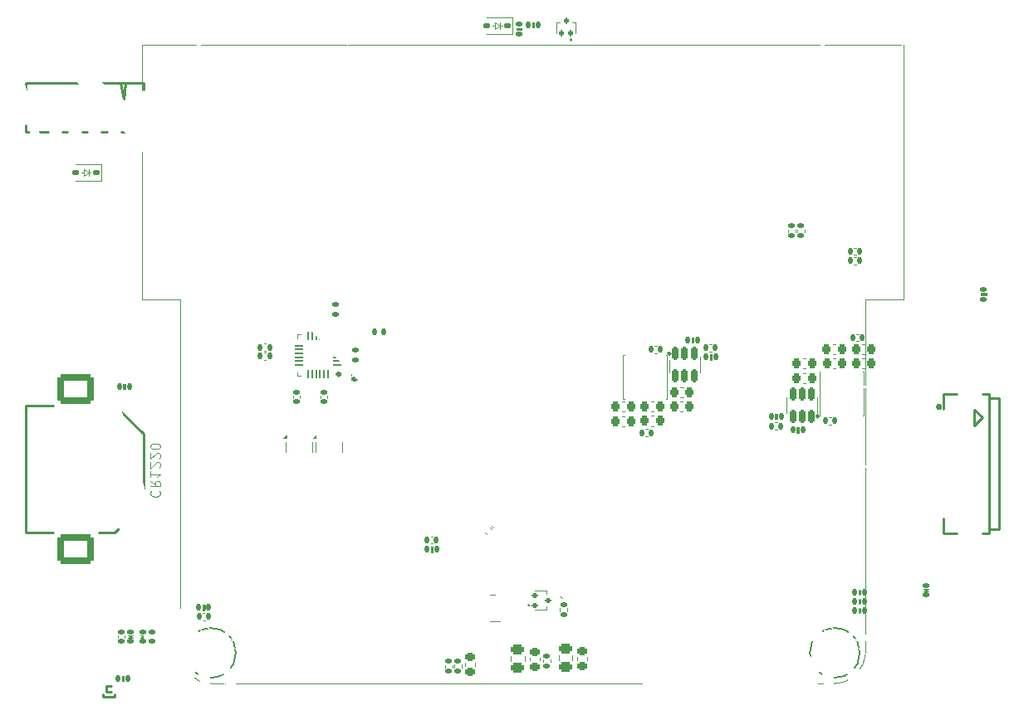
<source format=gbr>
%TF.GenerationSoftware,KiCad,Pcbnew,9.0.6*%
%TF.CreationDate,2025-12-23T10:41:37+01:00*%
%TF.ProjectId,LattePanda_MOKA,4c617474-6550-4616-9e64-615f4d4f4b41,1.0*%
%TF.SameCoordinates,Original*%
%TF.FileFunction,Legend,Bot*%
%TF.FilePolarity,Positive*%
%FSLAX46Y46*%
G04 Gerber Fmt 4.6, Leading zero omitted, Abs format (unit mm)*
G04 Created by KiCad (PCBNEW 9.0.6) date 2025-12-23 10:41:37*
%MOMM*%
%LPD*%
G01*
G04 APERTURE LIST*
G04 Aperture macros list*
%AMRoundRect*
0 Rectangle with rounded corners*
0 $1 Rounding radius*
0 $2 $3 $4 $5 $6 $7 $8 $9 X,Y pos of 4 corners*
0 Add a 4 corners polygon primitive as box body*
4,1,4,$2,$3,$4,$5,$6,$7,$8,$9,$2,$3,0*
0 Add four circle primitives for the rounded corners*
1,1,$1+$1,$2,$3*
1,1,$1+$1,$4,$5*
1,1,$1+$1,$6,$7*
1,1,$1+$1,$8,$9*
0 Add four rect primitives between the rounded corners*
20,1,$1+$1,$2,$3,$4,$5,0*
20,1,$1+$1,$4,$5,$6,$7,0*
20,1,$1+$1,$6,$7,$8,$9,0*
20,1,$1+$1,$8,$9,$2,$3,0*%
%AMFreePoly0*
4,1,125,-0.044645,1.135355,-0.030971,1.109806,-0.020971,1.059806,-0.020000,1.050000,-0.020000,0.994140,-0.010811,0.939006,-0.001581,0.892856,0.017434,0.835811,0.019320,0.828220,0.028431,0.773551,0.066424,0.678570,0.067434,0.675811,0.086966,0.617215,0.104936,0.572290,0.162875,0.475725,0.166424,0.468570,0.184936,0.422290,0.211147,0.378605,0.249043,0.331235,0.250000,0.330000,
0.279535,0.290620,0.319043,0.241235,0.320000,0.240000,0.349535,0.200620,0.387315,0.153395,0.421000,0.119710,0.465725,0.092875,0.475355,0.085355,0.513395,0.047315,0.560620,0.009535,0.597933,-0.018450,0.645725,-0.047125,0.651235,-0.050957,0.695447,-0.086327,0.738570,-0.103576,0.745725,-0.107125,0.842290,-0.165064,0.887215,-0.183034,0.945811,-0.202566,0.948570,-0.203576,
1.043551,-0.241568,1.098220,-0.250680,1.105811,-0.252566,1.162856,-0.271581,1.209006,-0.280811,1.264140,-0.290000,1.320000,-0.290000,1.329806,-0.290971,1.379806,-0.300971,1.411603,-0.322265,1.420000,-0.350000,1.420000,-1.100000,1.405355,-1.135355,1.370000,-1.150000,1.362929,-1.149497,1.296450,-1.140000,1.230000,-1.140000,1.222929,-1.139497,1.152929,-1.129497,1.151780,-1.129320,
1.092320,-1.119410,1.022929,-1.109497,1.016264,-1.108076,0.879546,-1.069013,0.812929,-1.059497,0.804189,-1.057434,0.744189,-1.037434,0.740304,-1.035957,0.672215,-1.006776,0.614189,-0.987434,0.610304,-0.985957,0.540304,-0.955957,0.537639,-0.954721,0.418953,-0.895378,0.350304,-0.865957,0.347639,-0.864721,0.287639,-0.834721,0.282265,-0.831603,0.162265,-0.751603,0.158765,-0.749043,
0.110465,-0.710403,0.052265,-0.671603,0.048765,-0.669043,-0.001235,-0.629043,-0.002009,-0.628411,-0.061625,-0.578731,-0.111235,-0.539043,-0.115355,-0.535355,-0.265355,-0.385355,-0.269043,-0.381235,-0.308731,-0.331625,-0.358411,-0.272009,-0.359043,-0.271235,-0.399043,-0.221235,-0.401603,-0.217735,-0.440403,-0.159535,-0.479043,-0.111235,-0.481603,-0.107735,-0.561603,0.012265,-0.564721,0.017639,
-0.594721,0.077639,-0.595957,0.080304,-0.625378,0.148953,-0.684721,0.267639,-0.685957,0.270304,-0.715957,0.340304,-0.717434,0.344189,-0.736776,0.402215,-0.765957,0.470304,-0.767434,0.474189,-0.787434,0.534189,-0.789497,0.542929,-0.799013,0.609546,-0.838076,0.746264,-0.839497,0.752929,-0.859410,0.892320,-0.869320,0.951780,-0.870000,0.960000,-0.870000,1.026450,-0.879497,1.092929,
-0.870000,1.130000,-0.837071,1.149497,-0.830000,1.150000,-0.080000,1.150000,-0.044645,1.135355,-0.044645,1.135355,$1*%
%AMFreePoly1*
4,1,125,1.130000,0.870000,1.149497,0.837071,1.150000,0.830000,1.150000,0.080000,1.135355,0.044645,1.109806,0.030971,1.059806,0.020971,1.050000,0.020000,0.994140,0.020000,0.939006,0.010811,0.892856,0.001581,0.835811,-0.017434,0.828220,-0.019320,0.773551,-0.028431,0.678570,-0.066424,0.675811,-0.067434,0.617215,-0.086966,0.572290,-0.104936,0.475725,-0.162875,0.468570,-0.166424,
0.422290,-0.184936,0.378605,-0.211147,0.331235,-0.249043,0.330000,-0.250000,0.290620,-0.279535,0.241235,-0.319043,0.240000,-0.320000,0.200620,-0.349535,0.153395,-0.387315,0.119710,-0.421000,0.092875,-0.465725,0.085355,-0.475355,0.047315,-0.513395,0.009535,-0.560620,-0.018450,-0.597933,-0.047125,-0.645725,-0.050957,-0.651235,-0.086327,-0.695447,-0.103576,-0.738570,-0.107125,-0.745725,
-0.165064,-0.842290,-0.183034,-0.887215,-0.202566,-0.945811,-0.203576,-0.948570,-0.241568,-1.043551,-0.250680,-1.098220,-0.252566,-1.105811,-0.271581,-1.162856,-0.280811,-1.209006,-0.290000,-1.264140,-0.290000,-1.320000,-0.290971,-1.329806,-0.300971,-1.379806,-0.322265,-1.411603,-0.350000,-1.420000,-1.100000,-1.420000,-1.135355,-1.405355,-1.150000,-1.370000,-1.149497,-1.362929,-1.140000,-1.296450,
-1.140000,-1.230000,-1.139497,-1.222929,-1.129497,-1.152929,-1.129320,-1.151780,-1.119410,-1.092320,-1.109497,-1.022929,-1.108076,-1.016264,-1.069013,-0.879546,-1.059497,-0.812929,-1.057434,-0.804189,-1.037434,-0.744189,-1.035957,-0.740304,-1.006776,-0.672215,-0.987434,-0.614189,-0.985957,-0.610304,-0.955957,-0.540304,-0.954721,-0.537639,-0.895378,-0.418953,-0.865957,-0.350304,-0.864721,-0.347639,
-0.834721,-0.287639,-0.831603,-0.282265,-0.751603,-0.162265,-0.749043,-0.158765,-0.710403,-0.110465,-0.671603,-0.052265,-0.669043,-0.048765,-0.629043,0.001235,-0.628411,0.002009,-0.578731,0.061625,-0.539043,0.111235,-0.535355,0.115355,-0.385355,0.265355,-0.381235,0.269043,-0.331625,0.308731,-0.272009,0.358411,-0.271235,0.359043,-0.221235,0.399043,-0.217735,0.401603,-0.159535,0.440403,
-0.111235,0.479043,-0.107735,0.481603,0.012265,0.561603,0.017639,0.564721,0.077639,0.594721,0.080304,0.595957,0.148953,0.625378,0.267639,0.684721,0.270304,0.685957,0.340304,0.715957,0.344189,0.717434,0.402215,0.736776,0.470304,0.765957,0.474189,0.767434,0.534189,0.787434,0.542929,0.789497,0.609546,0.799013,0.746264,0.838076,0.752929,0.839497,0.892320,0.859410,
0.951780,0.869320,0.960000,0.870000,1.026450,0.870000,1.092929,0.879497,1.130000,0.870000,1.130000,0.870000,$1*%
%AMFreePoly2*
4,1,127,1.135355,1.405355,1.150000,1.370000,1.149497,1.362929,1.140000,1.296450,1.140000,1.230000,1.139497,1.222929,1.129497,1.152929,1.129320,1.151780,1.119410,1.092320,1.109497,1.022929,1.108076,1.016264,1.069013,0.879546,1.059497,0.812929,1.057434,0.804189,1.037434,0.744189,1.035957,0.740304,1.006776,0.672215,0.987434,0.614189,0.985957,0.610304,0.955957,0.540304,
0.954721,0.537639,0.895378,0.418953,0.865957,0.350304,0.864721,0.347639,0.834721,0.287639,0.831603,0.282265,0.751603,0.162265,0.749043,0.158765,0.710403,0.110465,0.671603,0.052265,0.669043,0.048765,0.629043,-0.001235,0.628411,-0.002009,0.578731,-0.061625,0.539043,-0.111235,0.535355,-0.115355,0.385355,-0.265355,0.381235,-0.269043,0.331625,-0.308731,0.272009,-0.358411,
0.271235,-0.359043,0.221235,-0.399043,0.217735,-0.401603,0.099535,-0.480403,0.051235,-0.519043,0.047735,-0.521603,-0.012265,-0.561603,-0.017639,-0.564721,-0.077639,-0.594721,-0.080304,-0.595957,-0.148953,-0.625378,-0.267639,-0.684721,-0.270304,-0.685957,-0.340304,-0.715957,-0.344189,-0.717434,-0.402215,-0.736776,-0.470304,-0.765957,-0.474189,-0.767434,-0.534189,-0.787434,-0.542929,-0.789497,
-0.609546,-0.799013,-0.746264,-0.838076,-0.752929,-0.839497,-0.892320,-0.859410,-0.951780,-0.869320,-0.960000,-0.870000,-1.026450,-0.870000,-1.092929,-0.879497,-1.130000,-0.870000,-1.149497,-0.837071,-1.150000,-0.830000,-1.150000,-0.080000,-1.135355,-0.044645,-1.109806,-0.030971,-1.059806,-0.020971,-1.050000,-0.020000,-0.994140,-0.020000,-0.939006,-0.010811,-0.892856,-0.001581,-0.835811,0.017434,
-0.828220,0.019320,-0.773551,0.028431,-0.678570,0.066424,-0.675811,0.067434,-0.617215,0.086966,-0.572290,0.104936,-0.475725,0.162875,-0.468570,0.166424,-0.422290,0.184936,-0.378605,0.211147,-0.331235,0.249043,-0.330000,0.250000,-0.290620,0.279535,-0.241235,0.319043,-0.240000,0.320000,-0.202840,0.347870,-0.165355,0.385355,-0.161235,0.389043,-0.118252,0.423428,-0.092875,0.465725,
-0.085355,0.475355,-0.047315,0.513395,-0.009535,0.560620,0.018450,0.597933,0.047125,0.645725,0.050957,0.651235,0.086327,0.695447,0.103576,0.738570,0.107125,0.745725,0.165064,0.842290,0.183034,0.887215,0.202566,0.945811,0.203576,0.948570,0.241568,1.043551,0.250680,1.098220,0.252566,1.105811,0.271581,1.162856,0.280000,1.204951,0.280000,1.260000,0.280680,1.268220,
0.290680,1.328220,0.290971,1.329806,0.300971,1.379806,0.322265,1.411603,0.350000,1.420000,1.100000,1.420000,1.135355,1.405355,1.135355,1.405355,$1*%
%AMFreePoly3*
4,1,123,-1.362929,1.149497,-1.296450,1.140000,-1.230000,1.140000,-1.222929,1.139497,-1.152929,1.129497,-1.151780,1.129320,-1.092320,1.119410,-1.022929,1.109497,-1.016264,1.108076,-0.879546,1.069013,-0.812929,1.059497,-0.804189,1.057434,-0.744189,1.037434,-0.740304,1.035957,-0.672215,1.006776,-0.614189,0.987434,-0.610304,0.985957,-0.540304,0.955957,-0.537639,0.954721,-0.418953,0.895378,
-0.350304,0.865957,-0.347639,0.864721,-0.287639,0.834721,-0.282265,0.831603,-0.162265,0.751603,-0.158765,0.749043,-0.110465,0.710403,-0.052265,0.671603,-0.048765,0.669043,0.001235,0.629043,0.002009,0.628411,0.061625,0.578731,0.111235,0.539043,0.115355,0.535355,0.265355,0.385355,0.269043,0.381235,0.308731,0.331625,0.358411,0.272009,0.359043,0.271235,0.399043,0.221235,
0.401603,0.217735,0.480403,0.099535,0.519043,0.051235,0.521603,0.047735,0.561603,-0.012265,0.564721,-0.017639,0.594721,-0.077639,0.595957,-0.080304,0.625378,-0.148953,0.684721,-0.267639,0.685957,-0.270304,0.715957,-0.340304,0.717434,-0.344189,0.736776,-0.402215,0.765957,-0.470304,0.767434,-0.474189,0.787434,-0.534189,0.789497,-0.542929,0.799013,-0.609546,0.838076,-0.746264,
0.839497,-0.752929,0.859410,-0.892320,0.869320,-0.951780,0.870000,-0.960000,0.870000,-1.026450,0.879497,-1.092929,0.870000,-1.130000,0.837071,-1.149497,0.830000,-1.150000,0.080000,-1.150000,0.044645,-1.135355,0.030971,-1.109806,0.020971,-1.059806,0.020000,-1.050000,0.020000,-0.994140,0.010811,-0.939006,0.001581,-0.892856,-0.017434,-0.835811,-0.019320,-0.828220,-0.028431,-0.773551,
-0.066424,-0.678570,-0.067434,-0.675811,-0.086966,-0.617215,-0.104936,-0.572290,-0.162875,-0.475725,-0.166424,-0.468570,-0.184936,-0.422290,-0.211147,-0.378605,-0.249043,-0.331235,-0.250000,-0.330000,-0.279535,-0.290620,-0.319043,-0.241235,-0.320000,-0.240000,-0.349535,-0.200620,-0.387315,-0.153395,-0.421000,-0.119710,-0.465725,-0.092875,-0.475355,-0.085355,-0.551000,-0.009710,-0.645725,0.047125,
-0.651235,0.050957,-0.695447,0.086327,-0.738570,0.103576,-0.745725,0.107125,-0.842290,0.165064,-0.887215,0.183034,-0.945811,0.202566,-0.948570,0.203576,-1.043551,0.241568,-1.098220,0.250680,-1.105811,0.252566,-1.162856,0.271581,-1.209006,0.280811,-1.264140,0.290000,-1.320000,0.290000,-1.329806,0.290971,-1.379806,0.300971,-1.411603,0.322265,-1.420000,0.350000,-1.420000,1.100000,
-1.405355,1.135355,-1.370000,1.150000,-1.362929,1.149497,-1.362929,1.149497,$1*%
%AMFreePoly4*
4,1,14,0.385355,0.085355,0.400000,0.050000,0.400000,0.020711,0.385355,-0.014644,0.314644,-0.085355,0.279289,-0.100000,-0.350000,-0.100000,-0.385355,-0.085355,-0.400000,-0.050000,-0.400000,0.050000,-0.385355,0.085355,-0.350000,0.100000,0.350000,0.100000,0.385355,0.085355,0.385355,0.085355,$1*%
%AMFreePoly5*
4,1,14,0.314644,0.085355,0.385355,0.014644,0.400000,-0.020711,0.400000,-0.050000,0.385355,-0.085355,0.350000,-0.100000,-0.350000,-0.100000,-0.385355,-0.085355,-0.400000,-0.050000,-0.400000,0.050000,-0.385355,0.085355,-0.350000,0.100000,0.279289,0.100000,0.314644,0.085355,0.314644,0.085355,$1*%
%AMFreePoly6*
4,1,14,0.085355,0.385355,0.100000,0.350000,0.100000,-0.350000,0.085355,-0.385355,0.050000,-0.400000,0.020711,-0.400000,-0.014644,-0.385355,-0.085355,-0.314644,-0.100000,-0.279289,-0.100000,0.350000,-0.085355,0.385355,-0.050000,0.400000,0.050000,0.400000,0.085355,0.385355,0.085355,0.385355,$1*%
%AMFreePoly7*
4,1,14,0.085355,0.385355,0.100000,0.350000,0.100000,-0.279289,0.085355,-0.314644,0.014644,-0.385355,-0.020711,-0.400000,-0.050000,-0.400000,-0.085355,-0.385355,-0.100000,-0.350000,-0.100000,0.350000,-0.085355,0.385355,-0.050000,0.400000,0.050000,0.400000,0.085355,0.385355,0.085355,0.385355,$1*%
%AMFreePoly8*
4,1,14,0.385355,0.085355,0.400000,0.050000,0.400000,-0.050000,0.385355,-0.085355,0.350000,-0.100000,-0.350000,-0.100000,-0.385355,-0.085355,-0.400000,-0.050000,-0.400000,-0.020711,-0.385355,0.014644,-0.314644,0.085355,-0.279289,0.100000,0.350000,0.100000,0.385355,0.085355,0.385355,0.085355,$1*%
%AMFreePoly9*
4,1,14,0.385355,0.085355,0.400000,0.050000,0.400000,-0.050000,0.385355,-0.085355,0.350000,-0.100000,-0.279289,-0.100000,-0.314644,-0.085355,-0.385355,-0.014644,-0.400000,0.020711,-0.400000,0.050000,-0.385355,0.085355,-0.350000,0.100000,0.350000,0.100000,0.385355,0.085355,0.385355,0.085355,$1*%
%AMFreePoly10*
4,1,14,0.014644,0.385355,0.085355,0.314644,0.100000,0.279289,0.100000,-0.350000,0.085355,-0.385355,0.050000,-0.400000,-0.050000,-0.400000,-0.085355,-0.385355,-0.100000,-0.350000,-0.100000,0.350000,-0.085355,0.385355,-0.050000,0.400000,-0.020711,0.400000,0.014644,0.385355,0.014644,0.385355,$1*%
%AMFreePoly11*
4,1,14,0.085355,0.385355,0.100000,0.350000,0.100000,-0.350000,0.085355,-0.385355,0.050000,-0.400000,-0.050000,-0.400000,-0.085355,-0.385355,-0.100000,-0.350000,-0.100000,0.279289,-0.085355,0.314644,-0.014644,0.385355,0.020711,0.400000,0.050000,0.400000,0.085355,0.385355,0.085355,0.385355,$1*%
G04 Aperture macros list end*
%ADD10C,0.100000*%
%ADD11C,0.050000*%
%ADD12C,0.010000*%
%ADD13C,0.120000*%
%ADD14C,0.200000*%
%ADD15C,0.250000*%
%ADD16C,0.150000*%
%ADD17C,0.301645*%
%ADD18C,3.150000*%
%ADD19C,0.750000*%
%ADD20O,0.800000X1.650000*%
%ADD21C,0.800000*%
%ADD22C,6.400000*%
%ADD23C,0.900000*%
%ADD24O,1.500000X3.300000*%
%ADD25O,1.500000X2.300000*%
%ADD26C,1.100000*%
%ADD27C,1.600000*%
%ADD28C,1.500000*%
%ADD29O,1.000000X2.050000*%
%ADD30C,1.200000*%
%ADD31C,2.000000*%
%ADD32C,1.150000*%
%ADD33C,1.650000*%
%ADD34RoundRect,0.147500X0.172500X-0.147500X0.172500X0.147500X-0.172500X0.147500X-0.172500X-0.147500X0*%
%ADD35RoundRect,0.225000X0.225000X0.250000X-0.225000X0.250000X-0.225000X-0.250000X0.225000X-0.250000X0*%
%ADD36RoundRect,0.135000X-0.185000X0.135000X-0.185000X-0.135000X0.185000X-0.135000X0.185000X0.135000X0*%
%ADD37R,0.300000X1.750000*%
%ADD38R,2.000000X3.500000*%
%ADD39RoundRect,0.140000X0.170000X-0.140000X0.170000X0.140000X-0.170000X0.140000X-0.170000X-0.140000X0*%
%ADD40RoundRect,0.225000X-0.225000X-0.250000X0.225000X-0.250000X0.225000X0.250000X-0.225000X0.250000X0*%
%ADD41RoundRect,0.140000X-0.170000X0.140000X-0.170000X-0.140000X0.170000X-0.140000X0.170000X0.140000X0*%
%ADD42RoundRect,0.140000X-0.219203X-0.021213X-0.021213X-0.219203X0.219203X0.021213X0.021213X0.219203X0*%
%ADD43FreePoly0,90.000000*%
%ADD44FreePoly1,90.000000*%
%ADD45FreePoly2,90.000000*%
%ADD46FreePoly3,90.000000*%
%ADD47RoundRect,0.135000X-0.135000X-0.185000X0.135000X-0.185000X0.135000X0.185000X-0.135000X0.185000X0*%
%ADD48RoundRect,0.140000X0.140000X0.170000X-0.140000X0.170000X-0.140000X-0.170000X0.140000X-0.170000X0*%
%ADD49RoundRect,0.135000X0.185000X-0.135000X0.185000X0.135000X-0.185000X0.135000X-0.185000X-0.135000X0*%
%ADD50RoundRect,0.140000X-0.140000X-0.170000X0.140000X-0.170000X0.140000X0.170000X-0.140000X0.170000X0*%
%ADD51RoundRect,0.147500X-0.147500X-0.172500X0.147500X-0.172500X0.147500X0.172500X-0.147500X0.172500X0*%
%ADD52R,1.200000X1.400000*%
%ADD53RoundRect,0.147500X0.147500X0.172500X-0.147500X0.172500X-0.147500X-0.172500X0.147500X-0.172500X0*%
%ADD54R,3.700000X1.100000*%
%ADD55RoundRect,0.225000X-0.250000X0.225000X-0.250000X-0.225000X0.250000X-0.225000X0.250000X0.225000X0*%
%ADD56RoundRect,0.137500X0.212500X0.137500X-0.212500X0.137500X-0.212500X-0.137500X0.212500X-0.137500X0*%
%ADD57R,0.250000X0.625000*%
%ADD58R,0.450000X0.700000*%
%ADD59R,0.450000X0.575000*%
%ADD60R,1.000000X5.500000*%
%ADD61R,1.800000X3.200000*%
%ADD62RoundRect,0.135000X0.135000X0.185000X-0.135000X0.185000X-0.135000X-0.185000X0.135000X-0.185000X0*%
%ADD63RoundRect,0.150000X0.150000X-0.512500X0.150000X0.512500X-0.150000X0.512500X-0.150000X-0.512500X0*%
%ADD64R,1.000000X0.200000*%
%ADD65R,2.200000X1.600000*%
%ADD66RoundRect,0.125000X-0.175000X-0.125000X0.175000X-0.125000X0.175000X0.125000X-0.175000X0.125000X0*%
%ADD67FreePoly4,90.000000*%
%ADD68RoundRect,0.050000X0.050000X-0.350000X0.050000X0.350000X-0.050000X0.350000X-0.050000X-0.350000X0*%
%ADD69FreePoly5,90.000000*%
%ADD70FreePoly6,90.000000*%
%ADD71RoundRect,0.050000X0.350000X-0.050000X0.350000X0.050000X-0.350000X0.050000X-0.350000X-0.050000X0*%
%ADD72FreePoly7,90.000000*%
%ADD73FreePoly8,90.000000*%
%ADD74FreePoly9,90.000000*%
%ADD75FreePoly10,90.000000*%
%ADD76FreePoly11,90.000000*%
%ADD77R,2.650000X2.650000*%
%ADD78RoundRect,0.243750X0.456250X-0.243750X0.456250X0.243750X-0.456250X0.243750X-0.456250X-0.243750X0*%
%ADD79RoundRect,0.324324X-1.525676X1.175676X-1.525676X-1.175676X1.525676X-1.175676X1.525676X1.175676X0*%
%ADD80C,6.000000*%
%ADD81R,0.800000X0.700000*%
%ADD82RoundRect,0.147500X-0.172500X0.147500X-0.172500X-0.147500X0.172500X-0.147500X0.172500X0.147500X0*%
%ADD83RoundRect,0.125000X0.125000X-0.175000X0.125000X0.175000X-0.125000X0.175000X-0.125000X-0.175000X0*%
%ADD84R,0.625000X0.250000*%
%ADD85R,0.700000X0.400000*%
%ADD86R,0.575000X0.400000*%
%ADD87RoundRect,0.150000X-0.150000X0.512500X-0.150000X-0.512500X0.150000X-0.512500X0.150000X0.512500X0*%
G04 APERTURE END LIST*
D10*
X10032819Y17605313D02*
X9985200Y17557694D01*
X9985200Y17557694D02*
X9937580Y17414837D01*
X9937580Y17414837D02*
X9937580Y17319599D01*
X9937580Y17319599D02*
X9985200Y17176742D01*
X9985200Y17176742D02*
X10080438Y17081504D01*
X10080438Y17081504D02*
X10175676Y17033885D01*
X10175676Y17033885D02*
X10366152Y16986266D01*
X10366152Y16986266D02*
X10509009Y16986266D01*
X10509009Y16986266D02*
X10699485Y17033885D01*
X10699485Y17033885D02*
X10794723Y17081504D01*
X10794723Y17081504D02*
X10889961Y17176742D01*
X10889961Y17176742D02*
X10937580Y17319599D01*
X10937580Y17319599D02*
X10937580Y17414837D01*
X10937580Y17414837D02*
X10889961Y17557694D01*
X10889961Y17557694D02*
X10842342Y17605313D01*
X9937580Y18605313D02*
X10413771Y18271980D01*
X9937580Y18033885D02*
X10937580Y18033885D01*
X10937580Y18033885D02*
X10937580Y18414837D01*
X10937580Y18414837D02*
X10889961Y18510075D01*
X10889961Y18510075D02*
X10842342Y18557694D01*
X10842342Y18557694D02*
X10747104Y18605313D01*
X10747104Y18605313D02*
X10604247Y18605313D01*
X10604247Y18605313D02*
X10509009Y18557694D01*
X10509009Y18557694D02*
X10461390Y18510075D01*
X10461390Y18510075D02*
X10413771Y18414837D01*
X10413771Y18414837D02*
X10413771Y18033885D01*
X9937580Y19557694D02*
X9937580Y18986266D01*
X9937580Y19271980D02*
X10937580Y19271980D01*
X10937580Y19271980D02*
X10794723Y19176742D01*
X10794723Y19176742D02*
X10699485Y19081504D01*
X10699485Y19081504D02*
X10651866Y18986266D01*
X10842342Y19938647D02*
X10889961Y19986266D01*
X10889961Y19986266D02*
X10937580Y20081504D01*
X10937580Y20081504D02*
X10937580Y20319599D01*
X10937580Y20319599D02*
X10889961Y20414837D01*
X10889961Y20414837D02*
X10842342Y20462456D01*
X10842342Y20462456D02*
X10747104Y20510075D01*
X10747104Y20510075D02*
X10651866Y20510075D01*
X10651866Y20510075D02*
X10509009Y20462456D01*
X10509009Y20462456D02*
X9937580Y19891028D01*
X9937580Y19891028D02*
X9937580Y20510075D01*
X10842342Y20891028D02*
X10889961Y20938647D01*
X10889961Y20938647D02*
X10937580Y21033885D01*
X10937580Y21033885D02*
X10937580Y21271980D01*
X10937580Y21271980D02*
X10889961Y21367218D01*
X10889961Y21367218D02*
X10842342Y21414837D01*
X10842342Y21414837D02*
X10747104Y21462456D01*
X10747104Y21462456D02*
X10651866Y21462456D01*
X10651866Y21462456D02*
X10509009Y21414837D01*
X10509009Y21414837D02*
X9937580Y20843409D01*
X9937580Y20843409D02*
X9937580Y21462456D01*
X10937580Y22081504D02*
X10937580Y22176742D01*
X10937580Y22176742D02*
X10889961Y22271980D01*
X10889961Y22271980D02*
X10842342Y22319599D01*
X10842342Y22319599D02*
X10747104Y22367218D01*
X10747104Y22367218D02*
X10556628Y22414837D01*
X10556628Y22414837D02*
X10318533Y22414837D01*
X10318533Y22414837D02*
X10128057Y22367218D01*
X10128057Y22367218D02*
X10032819Y22319599D01*
X10032819Y22319599D02*
X9985200Y22271980D01*
X9985200Y22271980D02*
X9937580Y22176742D01*
X9937580Y22176742D02*
X9937580Y22081504D01*
X9937580Y22081504D02*
X9985200Y21986266D01*
X9985200Y21986266D02*
X10032819Y21938647D01*
X10032819Y21938647D02*
X10128057Y21891028D01*
X10128057Y21891028D02*
X10318533Y21843409D01*
X10318533Y21843409D02*
X10556628Y21843409D01*
X10556628Y21843409D02*
X10747104Y21891028D01*
X10747104Y21891028D02*
X10842342Y21938647D01*
X10842342Y21938647D02*
X10889961Y21986266D01*
X10889961Y21986266D02*
X10937580Y22081504D01*
D11*
%TO.C,D81*%
X63500000Y8390000D02*
X63000000Y8390000D01*
D12*
X63250000Y8389999D02*
X63000000Y8580000D01*
X63500000Y8580000D01*
X63250000Y8389999D01*
G36*
X63250000Y8389999D02*
G01*
X63000000Y8580000D01*
X63500000Y8580000D01*
X63250000Y8389999D01*
G37*
D13*
%TO.C,C127*%
X61270578Y26690002D02*
X60989416Y26690002D01*
X61270578Y25670002D02*
X60989416Y25670002D01*
%TO.C,R103*%
X39960000Y-176359D02*
X39960000Y-483641D01*
X40720000Y-176359D02*
X40720000Y-483641D01*
%TO.C,A78*%
X9065000Y63144973D02*
X9065000Y37094973D01*
X13015000Y37094973D02*
X9065000Y37094973D01*
X13015000Y1044973D02*
X13015000Y37094973D01*
X79715000Y-2055027D02*
X16115000Y-2055027D01*
X82815000Y1044973D02*
X82815000Y37094973D01*
X86515000Y63144973D02*
X9065000Y63144973D01*
X86765000Y63144973D02*
X86765000Y37094973D01*
X86765000Y37094973D02*
X82815000Y37094973D01*
X16115000Y-2055027D02*
G75*
G02*
X13015000Y1044973I0J3100000D01*
G01*
X82815000Y1044973D02*
G75*
G02*
X79715000Y-2055027I-3100000J0D01*
G01*
%TO.C,C149*%
X55425000Y11887164D02*
X55425000Y12102836D01*
X56145000Y11887164D02*
X56145000Y12102836D01*
%TO.C,C100*%
X24475001Y27062399D02*
X24475001Y27278071D01*
X25195001Y27062399D02*
X25195001Y27278071D01*
%TO.C,C124*%
X58007440Y26690002D02*
X58288602Y26690002D01*
X58007440Y25670002D02*
X58288602Y25670002D01*
%TO.C,C140*%
X82790582Y31079974D02*
X82509420Y31079974D01*
X82790582Y30059974D02*
X82509420Y30059974D01*
%TO.C,C102*%
X30290000Y36197836D02*
X30290000Y35982164D01*
X31010000Y36197836D02*
X31010000Y35982164D01*
%TO.C,R104*%
X40910000Y-126359D02*
X40910000Y-433641D01*
X41670000Y-126359D02*
X41670000Y-433641D01*
%TO.C,C91*%
X44058029Y13302256D02*
X44210532Y13149753D01*
X44567146Y13811373D02*
X44719649Y13658870D01*
D14*
%TO.C,CN79*%
X18655000Y1044973D02*
G75*
G02*
X13575000Y1044973I-2540000J0D01*
G01*
X13575000Y1044973D02*
G75*
G02*
X18655000Y1044973I2540000J0D01*
G01*
D10*
%TO.C,R156*%
X38730000Y11335000D02*
X38530000Y11335000D01*
X38530000Y11875000D01*
X38730000Y11875000D01*
X38730000Y11335000D01*
G36*
X38730000Y11335000D02*
G01*
X38530000Y11335000D01*
X38530000Y11875000D01*
X38730000Y11875000D01*
X38730000Y11335000D01*
G37*
D13*
%TO.C,C151*%
X15527836Y5105000D02*
X15312164Y5105000D01*
X15527836Y4385000D02*
X15312164Y4385000D01*
%TO.C,C97*%
X29370000Y36197836D02*
X29370000Y35982164D01*
X30090000Y36197836D02*
X30090000Y35982164D01*
%TO.C,C99*%
X27260001Y27062399D02*
X27260001Y27278071D01*
X27980001Y27062399D02*
X27980001Y27278071D01*
D10*
%TO.C,R82*%
X47810001Y64599974D02*
X47270001Y64599974D01*
X47270001Y64799974D01*
X47810001Y64799974D01*
X47810001Y64599974D01*
G36*
X47810001Y64599974D02*
G01*
X47270001Y64599974D01*
X47270001Y64799974D01*
X47810001Y64799974D01*
X47810001Y64599974D01*
G37*
D13*
%TO.C,C135*%
X73652164Y24570000D02*
X73867836Y24570000D01*
X73652164Y23850000D02*
X73867836Y23850000D01*
%TO.C,C150*%
X38522164Y12915000D02*
X38737836Y12915000D01*
X38522164Y12195000D02*
X38737836Y12195000D01*
D11*
%TO.C,D94*%
X82160000Y7000000D02*
X82160000Y7500000D01*
D12*
X82350000Y7000000D02*
X82159999Y7250000D01*
X82350000Y7500000D01*
X82350000Y7000000D01*
G36*
X82350000Y7000000D02*
G01*
X82159999Y7250000D01*
X82350000Y7500000D01*
X82350000Y7000000D01*
G37*
D13*
%TO.C,Y78*%
X31520000Y33250000D02*
X34820000Y33250000D01*
X31520000Y29250000D02*
X31520000Y33250000D01*
D10*
X33170000Y33250000D02*
X33170000Y31250000D01*
X33180000Y31250000D02*
X34820000Y31250000D01*
D13*
X34820000Y33250000D02*
X34820000Y29250000D01*
X34820000Y29250000D02*
X31520000Y29250000D01*
D11*
%TO.C,D93*%
X82340000Y5600000D02*
X82340000Y5100000D01*
D12*
X82340001Y5350000D02*
X82150000Y5100000D01*
X82150000Y5600000D01*
X82340001Y5350000D01*
G36*
X82340001Y5350000D02*
G01*
X82150000Y5100000D01*
X82150000Y5600000D01*
X82340001Y5350000D01*
G37*
D10*
%TO.C,R122*%
X67170002Y30980002D02*
X66970002Y30980002D01*
X66970002Y31520002D01*
X67170002Y31520002D01*
X67170002Y30980002D01*
G36*
X67170002Y30980002D02*
G01*
X66970002Y30980002D01*
X66970002Y31520002D01*
X67170002Y31520002D01*
X67170002Y30980002D01*
G37*
%TO.C,R107*%
X27580000Y36180000D02*
X28120000Y36180000D01*
X28120000Y35980000D01*
X27580000Y35980000D01*
X27580000Y36180000D01*
G36*
X27580000Y36180000D02*
G01*
X28120000Y36180000D01*
X28120000Y35980000D01*
X27580000Y35980000D01*
X27580000Y36180000D01*
G37*
D13*
%TO.C,L79*%
X78175001Y29759974D02*
X78325001Y29759974D01*
X78175001Y25239974D02*
X78175001Y29759974D01*
X78175001Y25239974D02*
X78325001Y25239974D01*
X82695001Y29759974D02*
X82545001Y29759974D01*
X82695001Y25239974D02*
X82545001Y25239974D01*
X82695001Y25239974D02*
X82695001Y29759974D01*
%TO.C,C88*%
X53460000Y610581D02*
X53460000Y329419D01*
X54480000Y610581D02*
X54480000Y329419D01*
D11*
%TO.C,D80*%
X64820000Y8390000D02*
X64320000Y8390000D01*
D12*
X64570000Y8390000D02*
X64320000Y8580000D01*
X64820000Y8580000D01*
X64570000Y8390000D01*
G36*
X64570000Y8390000D02*
G01*
X64320000Y8580000D01*
X64820000Y8580000D01*
X64570000Y8390000D01*
G37*
D10*
%TO.C,D98*%
X3182500Y50410000D02*
X3182500Y49710000D01*
X3182500Y50060000D02*
X2932501Y50060000D01*
X3182500Y49710000D02*
X3682500Y50060000D01*
X3682500Y50410000D02*
X3682500Y49710000D01*
X3682500Y50060000D02*
X3182500Y50410000D01*
X3682500Y50060000D02*
X3882500Y50060000D01*
D13*
X4967500Y50910000D02*
X2307500Y50910000D01*
X4967500Y50910000D02*
X4967500Y49210000D01*
X4967500Y49210000D02*
X2307500Y49210000D01*
%TO.C,U82*%
X26760001Y21577474D02*
X26760001Y22577474D01*
X29480001Y21577474D02*
X29480001Y22577474D01*
X26810001Y22967474D02*
X26530001Y22967474D01*
X26810001Y23247474D01*
X26810001Y22967474D01*
G36*
X26810001Y22967474D02*
G01*
X26530001Y22967474D01*
X26810001Y23247474D01*
X26810001Y22967474D01*
G37*
D10*
%TO.C,R154*%
X49005000Y11900000D02*
X48465000Y11900000D01*
X48465000Y12100000D01*
X49005000Y12100000D01*
X49005000Y11900000D01*
G36*
X49005000Y11900000D02*
G01*
X48465000Y11900000D01*
X48465000Y12100000D01*
X49005000Y12100000D01*
X49005000Y11900000D01*
G37*
D11*
%TO.C,D79*%
X65790000Y8400000D02*
X65290000Y8400000D01*
D12*
X65540000Y8400000D02*
X65290000Y8590000D01*
X65790000Y8590000D01*
X65540000Y8400000D01*
G36*
X65540000Y8400000D02*
G01*
X65290000Y8590000D01*
X65790000Y8590000D01*
X65540000Y8400000D01*
G37*
D13*
%TO.C,R142*%
X74940001Y44268527D02*
X74940001Y43961245D01*
X75700001Y44268527D02*
X75700001Y43961245D01*
%TO.C,R105*%
X51720000Y7463641D02*
X51720000Y7156359D01*
X52480000Y7463641D02*
X52480000Y7156359D01*
%TO.C,C89*%
X42030000Y20581D02*
X42030000Y-260581D01*
X43050000Y20581D02*
X43050000Y-260581D01*
%TO.C,C118*%
X81662165Y41439974D02*
X81877837Y41439974D01*
X81662165Y40719974D02*
X81877837Y40719974D01*
%TO.C,C92*%
X48610000Y540581D02*
X48610000Y259419D01*
X49630000Y540581D02*
X49630000Y259419D01*
D10*
%TO.C,R155*%
X55120000Y11895000D02*
X54580000Y11895000D01*
X54580000Y12095000D01*
X55120000Y12095000D01*
X55120000Y11895000D01*
G36*
X55120000Y11895000D02*
G01*
X54580000Y11895000D01*
X54580000Y12095000D01*
X55120000Y12095000D01*
X55120000Y11895000D01*
G37*
D13*
%TO.C,R102*%
X51720000Y5296359D02*
X51720000Y5603641D01*
X52480000Y5296359D02*
X52480000Y5603641D01*
%TO.C,C90*%
X44729780Y13981078D02*
X44882283Y13828575D01*
X45238897Y14490195D02*
X45391400Y14337692D01*
%TO.C,C87*%
X63182164Y2085001D02*
X63397836Y2085001D01*
X63182164Y1365001D02*
X63397836Y1365001D01*
D15*
%TO.C,U91*%
X-2770000Y59239999D02*
X-2770000Y58569999D01*
X-2770000Y54909999D02*
X-2770000Y54239999D01*
X-2770000Y54239999D02*
X-500000Y54239999D01*
X960000Y54239999D02*
X1500000Y54239999D01*
X2960000Y54239999D02*
X3500000Y54239999D01*
X4960000Y54239999D02*
X5500000Y54239999D01*
X6960000Y54239999D02*
X9230000Y54239999D01*
X7230000Y57509999D02*
X6930001Y59209999D01*
X7430000Y59209999D02*
X7230000Y57509999D01*
X9230000Y59239999D02*
X-2770000Y59239999D01*
X9230000Y59239999D02*
X9230000Y58569999D01*
X9230000Y54909999D02*
X9230000Y54239999D01*
X9230000Y54239999D02*
X9230000Y54239999D01*
D13*
%TO.C,C134*%
X79372841Y25099976D02*
X79157169Y25099976D01*
X79372841Y24379976D02*
X79157169Y24379976D01*
D10*
%TO.C,R127*%
X76050000Y23520000D02*
X75850000Y23520000D01*
X75850000Y24060000D01*
X76050000Y24060000D01*
X76050000Y23520000D01*
G36*
X76050000Y23520000D02*
G01*
X75850000Y23520000D01*
X75850000Y24060000D01*
X76050000Y24060000D01*
X76050000Y23520000D01*
G37*
D13*
%TO.C,C137*%
X82785582Y32549974D02*
X82504420Y32549974D01*
X82785582Y31529974D02*
X82504420Y31529974D01*
%TO.C,C120*%
X81662165Y42379974D02*
X81877837Y42379974D01*
X81662165Y41659974D02*
X81877837Y41659974D01*
%TO.C,C143*%
X9730001Y2572138D02*
X9730001Y2787810D01*
X10450001Y2572138D02*
X10450001Y2787810D01*
%TO.C,C101*%
X31210000Y36187836D02*
X31210000Y35972164D01*
X31930000Y36187836D02*
X31930000Y35972164D01*
%TO.C,C139*%
X79549420Y31089973D02*
X79830582Y31089973D01*
X79549420Y30069973D02*
X79830582Y30069973D01*
%TO.C,C138*%
X81942165Y33599974D02*
X82157837Y33599974D01*
X81942165Y32879974D02*
X82157837Y32879974D01*
%TO.C,C106*%
X32777836Y29050000D02*
X32562164Y29050000D01*
X32777836Y28330000D02*
X32562164Y28330000D01*
%TO.C,L78*%
X58110000Y31490000D02*
X58110000Y26970000D01*
X58110000Y31490000D02*
X58260000Y31490000D01*
X58110000Y26970000D02*
X58260000Y26970000D01*
X62630000Y31490000D02*
X62480000Y31490000D01*
X62630000Y31490000D02*
X62630000Y26970000D01*
X62630000Y26970000D02*
X62480000Y26970000D01*
D10*
%TO.C,R78*%
X7389999Y27960000D02*
X7189999Y27960000D01*
X7189999Y28500000D01*
X7389999Y28500000D01*
X7389999Y27960000D01*
G36*
X7389999Y27960000D02*
G01*
X7189999Y27960000D01*
X7189999Y28500000D01*
X7389999Y28500000D01*
X7389999Y27960000D01*
G37*
%TO.C,D89*%
X45102501Y65439974D02*
X45102501Y64739974D01*
X45102501Y65089974D02*
X44852502Y65089974D01*
X45102501Y64739974D02*
X45602501Y65089974D01*
X45602501Y65439974D02*
X45602501Y64739974D01*
X45602501Y65089974D02*
X45102501Y65439974D01*
X45602501Y65089974D02*
X45802501Y65089974D01*
D13*
X46887501Y65939974D02*
X44227501Y65939974D01*
X46887501Y65939974D02*
X46887501Y64239974D01*
X46887501Y64239974D02*
X44227501Y64239974D01*
%TO.C,C121*%
X61332161Y32369999D02*
X61547833Y32369999D01*
X61332161Y31649999D02*
X61547833Y31649999D01*
%TO.C,U89*%
X74827501Y26329975D02*
X74827502Y27129975D01*
X74827501Y26329975D02*
X74827502Y25529975D01*
X77947503Y26329975D02*
X77947502Y27129975D01*
X77947503Y26329975D02*
X77947502Y25529975D01*
D15*
X78092502Y25199975D02*
G75*
G02*
X77842502Y25199975I-125000J0D01*
G01*
X77842502Y25199975D02*
G75*
G02*
X78092502Y25199975I125000J0D01*
G01*
D13*
%TO.C,C132*%
X76745582Y31089974D02*
X76464420Y31089974D01*
X76745582Y30069974D02*
X76464420Y30069974D01*
%TO.C,R101*%
X58096358Y7860000D02*
X58403640Y7860000D01*
X58096358Y7100000D02*
X58403640Y7100000D01*
D15*
%TO.C,FPC78*%
X90837500Y27459975D02*
X92117500Y27459974D01*
X90837500Y25939974D02*
X90837500Y27459975D01*
X90837500Y25939974D02*
X90837500Y26159974D01*
X90837500Y13259973D02*
X90837500Y14779974D01*
X92117500Y13259974D02*
X90837500Y13259973D01*
X93927500Y25869974D02*
X93937500Y24259974D01*
X93927500Y25869974D02*
X94737500Y25059974D01*
X93997500Y24319974D02*
X93937500Y24259974D01*
X94737500Y25059974D02*
X93997500Y24319974D01*
X94777500Y27459974D02*
X95437500Y27459974D01*
X95437500Y27459974D02*
X95437500Y13259974D01*
X95437500Y27079974D02*
X96437500Y27079974D01*
X95437500Y13259974D02*
X94777500Y13259974D01*
X96437500Y27079974D02*
X96437500Y13659974D01*
X96437500Y13659974D02*
X95437500Y13659974D01*
X90537500Y26159974D02*
G75*
G02*
X90137500Y26159974I-200000J0D01*
G01*
X90137500Y26159974D02*
G75*
G02*
X90537500Y26159974I200000J0D01*
G01*
D10*
%TO.C,R128*%
X7260000Y-1820026D02*
X7060000Y-1820026D01*
X7060000Y-1280026D01*
X7260000Y-1280026D01*
X7260000Y-1820026D01*
G36*
X7260000Y-1820026D02*
G01*
X7060000Y-1820026D01*
X7060000Y-1280026D01*
X7260000Y-1280026D01*
X7260000Y-1820026D01*
G37*
D13*
%TO.C,C129*%
X63979419Y28150002D02*
X64260581Y28150002D01*
X63979419Y27130002D02*
X64260581Y27130002D01*
%TO.C,C133*%
X76745582Y29619974D02*
X76464420Y29619974D01*
X76745582Y28599974D02*
X76464420Y28599974D01*
%TO.C,D85*%
X50330001Y7369974D02*
X49170001Y7369974D01*
X50330001Y7369974D02*
X50330001Y7059974D01*
X50330001Y5449974D02*
X49170001Y5449974D01*
X50330001Y5449974D02*
X50330001Y5759974D01*
D16*
X48595001Y5909974D02*
G75*
G02*
X48445001Y5909974I-75000J0D01*
G01*
X48445001Y5909974D02*
G75*
G02*
X48595001Y5909974I75000J0D01*
G01*
D13*
%TO.C,C130*%
X63969419Y26690002D02*
X64250581Y26690002D01*
X63969419Y25670002D02*
X64250581Y25670002D01*
%TO.C,U81*%
X23760001Y21582474D02*
X23760001Y22582474D01*
X26480001Y21582474D02*
X26480001Y22582474D01*
X23810001Y22972474D02*
X23530001Y22972474D01*
X23810001Y23252474D01*
X23810001Y22972474D01*
G36*
X23810001Y22972474D02*
G01*
X23530001Y22972474D01*
X23810001Y23252474D01*
X23810001Y22972474D01*
G37*
%TO.C,C107*%
X25020001Y36037138D02*
X25020001Y36252810D01*
X25740001Y36037138D02*
X25740001Y36252810D01*
D10*
%TO.C,R92*%
X63395000Y525000D02*
X63195000Y525000D01*
X63195000Y1065000D01*
X63395000Y1065000D01*
X63395000Y525000D01*
G36*
X63395000Y525000D02*
G01*
X63195000Y525000D01*
X63195000Y1065000D01*
X63395000Y1065000D01*
X63395000Y525000D01*
G37*
%TO.C,R157*%
X15500000Y5945000D02*
X15300000Y5945000D01*
X15300000Y5405000D01*
X15500000Y5405000D01*
X15500000Y5945000D01*
G36*
X15500000Y5945000D02*
G01*
X15300000Y5945000D01*
X15300000Y5405000D01*
X15500000Y5405000D01*
X15500000Y5945000D01*
G37*
D13*
%TO.C,U83*%
X24925001Y33529974D02*
X25275001Y33529974D01*
X24925001Y33179974D02*
X24925001Y33529974D01*
X24925001Y29659974D02*
X24925001Y29309974D01*
X24925001Y29309974D02*
X25275001Y29309974D01*
X29145001Y33529974D02*
X28795001Y33529974D01*
X29145001Y33179974D02*
X29145001Y33529974D01*
X29145001Y29659974D02*
X29145001Y29309974D01*
D17*
X29295823Y29484974D02*
G75*
G02*
X28994179Y29484974I-150822J0D01*
G01*
X28994179Y29484974D02*
G75*
G02*
X29295823Y29484974I150822J0D01*
G01*
D13*
%TO.C,D82*%
X55070001Y7399974D02*
X53910001Y7399974D01*
X55070001Y7399974D02*
X55070001Y7089974D01*
X55070001Y5479974D02*
X53910001Y5479974D01*
X55070001Y5479974D02*
X55070001Y5789974D01*
D16*
X53335001Y5939974D02*
G75*
G02*
X53185001Y5939974I-75000J0D01*
G01*
X53185001Y5939974D02*
G75*
G02*
X53335001Y5939974I75000J0D01*
G01*
D10*
%TO.C,R113*%
X95170000Y37559999D02*
X94630000Y37559999D01*
X94630000Y37759999D01*
X95170000Y37759999D01*
X95170000Y37559999D01*
G36*
X95170000Y37559999D02*
G01*
X94630000Y37559999D01*
X94630000Y37759999D01*
X95170000Y37759999D01*
X95170000Y37559999D01*
G37*
D13*
%TO.C,F81*%
X46690000Y191422D02*
X46690000Y708578D01*
X48110000Y191422D02*
X48110000Y708578D01*
%TO.C,C125*%
X60442164Y23880000D02*
X60657836Y23880000D01*
X60442164Y23160000D02*
X60657836Y23160000D01*
D15*
%TO.C,BT78*%
X-2765000Y26314974D02*
X-2765000Y13314974D01*
X-2765000Y13314974D02*
X15001Y13314974D01*
X15001Y26314974D02*
X-2765000Y26314974D01*
X4655001Y13314974D02*
X6335001Y13314974D01*
X6335001Y26314974D02*
X4655001Y26314974D01*
X6335001Y13314974D02*
X9235001Y16214974D01*
X9235001Y23414974D02*
X6335001Y26314974D01*
X9235001Y16214974D02*
X9235001Y23414974D01*
D13*
%TO.C,C98*%
X30440000Y29372138D02*
X30440000Y29587810D01*
X31160000Y29372138D02*
X31160000Y29587810D01*
%TO.C,C105*%
X25940001Y36037138D02*
X25940001Y36252810D01*
X26660001Y36037138D02*
X26660001Y36252810D01*
D15*
%TO.C,D90*%
X5130001Y-3430025D02*
X5130001Y-3210026D01*
X5130001Y-3430025D02*
X6330002Y-3430026D01*
X5470001Y-2310026D02*
X5470001Y-2910026D01*
X5470001Y-2320026D02*
X6000001Y-2320026D01*
X6000001Y-2930026D02*
X5470001Y-2930026D01*
X6330002Y-3430026D02*
X6330001Y-3210026D01*
D13*
%TO.C,C126*%
X58012438Y25220000D02*
X58293600Y25220000D01*
X58012438Y24200000D02*
X58293600Y24200000D01*
D11*
%TO.C,D96*%
X7680001Y2799974D02*
X8180001Y2799974D01*
D12*
X8180001Y2609974D02*
X7680001Y2609974D01*
X7930001Y2799975D01*
X8180001Y2609974D01*
G36*
X8180001Y2609974D02*
G01*
X7680001Y2609974D01*
X7930001Y2799975D01*
X8180001Y2609974D01*
G37*
D13*
%TO.C,C103*%
X21747837Y32607474D02*
X21532165Y32607474D01*
X21747837Y31887474D02*
X21532165Y31887474D01*
D11*
%TO.C,D92*%
X89305000Y7360000D02*
X88805000Y7360000D01*
D12*
X89055000Y7359999D02*
X88805000Y7550000D01*
X89305000Y7550000D01*
X89055000Y7359999D01*
G36*
X89055000Y7359999D02*
G01*
X88805000Y7550000D01*
X89305000Y7550000D01*
X89055000Y7359999D01*
G37*
D11*
%TO.C,D95*%
X82145000Y6050000D02*
X82145000Y6550000D01*
D12*
X82335000Y6050000D02*
X82144999Y6300000D01*
X82335000Y6550000D01*
X82335000Y6050000D01*
G36*
X82335000Y6050000D02*
G01*
X82144999Y6300000D01*
X82335000Y6550000D01*
X82335000Y6050000D01*
G37*
D13*
%TO.C,C104*%
X21747837Y31684974D02*
X21532165Y31684974D01*
X21747837Y30964974D02*
X21532165Y30964974D01*
D10*
%TO.C,R124*%
X73850000Y24890000D02*
X73650000Y24890000D01*
X73650000Y25430000D01*
X73850000Y25430000D01*
X73850000Y24890000D01*
G36*
X73850000Y24890000D02*
G01*
X73650000Y24890000D01*
X73650000Y25430000D01*
X73850000Y25430000D01*
X73850000Y24890000D01*
G37*
D13*
%TO.C,C136*%
X79534421Y32549974D02*
X79815583Y32549974D01*
X79534421Y31529974D02*
X79815583Y31529974D01*
D10*
%TO.C,R121*%
X49050000Y64889974D02*
X48850000Y64889974D01*
X48850000Y65429974D01*
X49050000Y65429974D01*
X49050000Y64889974D01*
G36*
X49050000Y64889974D02*
G01*
X48850000Y64889974D01*
X48850000Y65429974D01*
X49050000Y65429974D01*
X49050000Y64889974D01*
G37*
D13*
%TO.C,C122*%
X67177834Y32550001D02*
X66962162Y32550001D01*
X67177834Y31830001D02*
X66962162Y31830001D01*
%TO.C,D86*%
X51360001Y65442474D02*
X51360001Y64282474D01*
X51360001Y65442474D02*
X51670001Y65442474D01*
X53280001Y65442474D02*
X52970001Y65442474D01*
X53280001Y65442474D02*
X53280001Y64282474D01*
D16*
X52895001Y63632474D02*
G75*
G02*
X52745001Y63632474I-75000J0D01*
G01*
X52745001Y63632474D02*
G75*
G02*
X52895001Y63632474I75000J0D01*
G01*
D13*
%TO.C,C148*%
X49320000Y11877164D02*
X49320000Y12092836D01*
X50040000Y11877164D02*
X50040000Y12092836D01*
%TO.C,F79*%
X51570000Y281422D02*
X51570000Y798578D01*
X52990000Y281422D02*
X52990000Y798578D01*
%TO.C,U80*%
X44582502Y6939974D02*
X45082502Y6939974D01*
X44582502Y4239974D02*
X45582502Y4239974D01*
%TO.C,C142*%
X6630001Y2592138D02*
X6630001Y2807810D01*
X7350001Y2592138D02*
X7350001Y2807810D01*
D10*
%TO.C,R123*%
X65315000Y32720003D02*
X65115000Y32720003D01*
X65115000Y33260003D01*
X65315000Y33260003D01*
X65315000Y32720003D01*
G36*
X65315000Y32720003D02*
G01*
X65115000Y32720003D01*
X65115000Y33260003D01*
X65315000Y33260003D01*
X65315000Y32720003D01*
G37*
D13*
%TO.C,R106*%
X49950000Y393641D02*
X49950000Y86359D01*
X50710000Y393641D02*
X50710000Y86359D01*
%TO.C,R141*%
X75890001Y44268526D02*
X75890001Y43961244D01*
X76650001Y44268526D02*
X76650001Y43961244D01*
D14*
%TO.C,CN78*%
X82260001Y1049974D02*
G75*
G02*
X77180001Y1049974I-2540000J0D01*
G01*
X77180001Y1049974D02*
G75*
G02*
X82260001Y1049974I2540000J0D01*
G01*
D13*
%TO.C,C123*%
X61270582Y25230001D02*
X60989420Y25230001D01*
X61270582Y24210001D02*
X60989420Y24210001D01*
D11*
%TO.C,D97*%
X8900001Y2794974D02*
X9400001Y2794974D01*
D12*
X9400001Y2604974D02*
X8900001Y2604974D01*
X9150001Y2794975D01*
X9400001Y2604974D01*
G36*
X9400001Y2604974D02*
G01*
X8900001Y2604974D01*
X9150001Y2794975D01*
X9400001Y2604974D01*
G37*
%TO.C,R112*%
D10*
X31085000Y31320261D02*
X30545000Y31320261D01*
X30545000Y31520261D01*
X31085000Y31520261D01*
X31085000Y31320261D01*
G36*
X31085000Y31320261D02*
G01*
X30545000Y31320261D01*
X30545000Y31520261D01*
X31085000Y31520261D01*
X31085000Y31320261D01*
G37*
D13*
%TO.C,U87*%
X62855000Y30469999D02*
X62855001Y30969999D01*
X62855000Y30469999D02*
X62855001Y29669999D01*
X65975002Y30469999D02*
X65975001Y31269999D01*
X65975002Y30469999D02*
X65975001Y29669999D01*
D15*
X62980001Y31589999D02*
G75*
G02*
X62730001Y31589999I-125000J0D01*
G01*
X62730001Y31589999D02*
G75*
G02*
X62980001Y31589999I125000J0D01*
G01*
%TO.C,R108*%
D10*
X28530000Y36180000D02*
X29070000Y36180000D01*
X29070000Y35980000D01*
X28530000Y35980000D01*
X28530000Y36180000D01*
G36*
X28530000Y36180000D02*
G01*
X29070000Y36180000D01*
X29070000Y35980000D01*
X28530000Y35980000D01*
X28530000Y36180000D01*
G37*
D13*
%TO.C,C108*%
X33162164Y34170000D02*
X33377836Y34170000D01*
X33162164Y33450000D02*
X33377836Y33450000D01*
%TD*%
%LPC*%
D18*
%TO.C,U84*%
X35110000Y40519972D03*
%TD*%
D19*
%TO.C,USB80*%
X48670001Y9989974D03*
X48670001Y2829974D03*
D20*
X50700001Y9459974D03*
X46640001Y9459974D03*
X50700001Y3359974D03*
X46640001Y3359974D03*
%TD*%
D21*
%TO.C,H78*%
X90615136Y63120000D03*
X91318080Y64817056D03*
X91318080Y61422944D03*
X93015136Y65520000D03*
D22*
X93015136Y63120000D03*
D21*
X93015136Y60720000D03*
X94712192Y64817056D03*
X94712192Y61422944D03*
X95415136Y63120000D03*
%TD*%
D23*
%TO.C,SW78*%
X-1657499Y11309974D03*
X-1657499Y8309974D03*
%TD*%
D21*
%TO.C,H79*%
X-2399999Y0D03*
X-1697055Y1697056D03*
X-1697055Y-1697056D03*
X1Y2400000D03*
D22*
X1Y0D03*
D21*
X1Y-2400000D03*
X1697057Y1697056D03*
X1697057Y-1697056D03*
X2400001Y0D03*
%TD*%
D24*
%TO.C,J79*%
X75044002Y6784974D03*
X60544002Y6784974D03*
D25*
X75044002Y824974D03*
X60544002Y824974D03*
%TD*%
D26*
%TO.C,J84*%
X87415001Y50459974D03*
D27*
X87415001Y30459974D03*
%TD*%
D28*
%TO.C,J80*%
X23130001Y14409474D03*
X30130001Y14409474D03*
%TD*%
D19*
%TO.C,USB81*%
X85350000Y9979974D03*
X85350000Y2819974D03*
D20*
X87380000Y9449974D03*
X83320000Y9449974D03*
X87380000Y3349974D03*
X83320000Y3349974D03*
%TD*%
D18*
%TO.C,U86*%
X59140001Y40459974D03*
%TD*%
D21*
%TO.C,H80*%
X-2399999Y63120000D03*
X-1697055Y64817056D03*
X-1697055Y61422944D03*
X1Y65520000D03*
D22*
X1Y63120000D03*
D21*
X1Y60720000D03*
X1697057Y64817056D03*
X1697057Y61422944D03*
X2400001Y63120000D03*
%TD*%
D26*
%TO.C,USB79*%
X41145001Y9394974D03*
X41145001Y1794974D03*
D29*
X38145001Y1544974D03*
X44145001Y1544974D03*
X44145001Y9644974D03*
X38145001Y9644974D03*
%TD*%
D21*
%TO.C,H81*%
X90615136Y0D03*
X91318080Y1697056D03*
X91318080Y-1697056D03*
X93015136Y2400000D03*
D22*
X93015136Y0D03*
D21*
X93015136Y-2400000D03*
X94712192Y1697056D03*
X94712192Y-1697056D03*
X95415136Y0D03*
%TD*%
D19*
%TO.C,USB78*%
X55705001Y10014974D03*
X55705001Y2854974D03*
D20*
X57735001Y9484974D03*
X53675001Y9484974D03*
X57735001Y3384974D03*
X53675001Y3384974D03*
%TD*%
D30*
%TO.C,SW79*%
X6120001Y489974D03*
X7750001Y489974D03*
X9500001Y489974D03*
X11120001Y489974D03*
D31*
X12120001Y2729974D03*
X5180001Y2729974D03*
%TD*%
D18*
%TO.C,U85*%
X47115000Y40469972D03*
%TD*%
D32*
%TO.C,J83*%
X6840001Y30529974D03*
D33*
X6840001Y50529974D03*
%TD*%
D34*
%TO.C,D81*%
X63250000Y7995000D03*
X63250000Y8965000D03*
%TD*%
D35*
%TO.C,C127*%
X61904997Y26180002D03*
X60354997Y26180002D03*
%TD*%
D36*
%TO.C,R103*%
X40340000Y179999D03*
X40340000Y-839999D03*
%TD*%
D26*
%TO.C,A78*%
X82315000Y58044973D03*
D27*
X13515000Y58044973D03*
D37*
X14540000Y62144973D03*
X14790000Y53944973D03*
X15040000Y62144973D03*
X15290000Y53944973D03*
X15540000Y62144973D03*
X15790000Y53944973D03*
X16040000Y62144973D03*
X16290000Y53944973D03*
X16540000Y62144973D03*
X16790000Y53944973D03*
X17040000Y62144973D03*
X17290000Y53944973D03*
X17540000Y62144973D03*
X17790000Y53944973D03*
X18040000Y62144973D03*
X18290000Y53944973D03*
X18540000Y62144973D03*
X18790000Y53944973D03*
X19040000Y62144973D03*
X19290000Y53944973D03*
X19540000Y62144973D03*
X19790000Y53944973D03*
X20040000Y62144973D03*
X20290000Y53944973D03*
X20540000Y62144973D03*
X20790000Y53944973D03*
X21040000Y62144973D03*
X21290000Y53944973D03*
X21540000Y62144973D03*
X21790000Y53944973D03*
X22040000Y62144973D03*
X22290000Y53944973D03*
X22540000Y62144973D03*
X22790000Y53944973D03*
X23040000Y62144973D03*
X23290000Y53944973D03*
X23540000Y62144973D03*
X23790000Y53944973D03*
X24040000Y62144973D03*
X24290000Y53944973D03*
X24540000Y62144973D03*
X24790000Y53944973D03*
X25040000Y62144973D03*
X25290000Y53944973D03*
X25540000Y62144973D03*
X25790000Y53944973D03*
X26040000Y62144973D03*
X26290000Y53944973D03*
X26540000Y62144973D03*
X26790000Y53944973D03*
X27040000Y62144973D03*
X27290000Y53944973D03*
X27540000Y62144973D03*
X27790000Y53944973D03*
X28040000Y62144973D03*
X28290000Y53944973D03*
X28540000Y62144973D03*
X28790000Y53944973D03*
X29040000Y62144973D03*
X29290000Y53944973D03*
X29540000Y62144973D03*
X29790000Y53944973D03*
X30040000Y62144973D03*
X30290000Y53944973D03*
X30540000Y62144973D03*
X30790000Y53944973D03*
X31040000Y62144973D03*
X31290000Y53944973D03*
X31540000Y62144973D03*
X31790000Y53944973D03*
X32040000Y62144973D03*
X32290000Y53944973D03*
X32540000Y62144973D03*
X32790000Y53944973D03*
X33040000Y62144973D03*
X33290000Y53944973D03*
X33540000Y62144973D03*
X33790000Y53944973D03*
X34040000Y62144973D03*
X34290000Y53944973D03*
X34540000Y62144973D03*
X34790000Y53944973D03*
X35040000Y62144973D03*
X35290000Y53944973D03*
X35540000Y62144973D03*
X35790000Y53944973D03*
X36040000Y62144973D03*
X36290000Y53944973D03*
X36540000Y62144973D03*
X36790000Y53944973D03*
X37040000Y62144973D03*
X37290000Y53944973D03*
X37540000Y62144973D03*
X37790000Y53944973D03*
X38040000Y62144973D03*
X38290000Y53944973D03*
X38540000Y62144973D03*
X38790000Y53944973D03*
X39040000Y62144973D03*
X39290000Y53944973D03*
X39540000Y62144973D03*
X39790000Y53944973D03*
X40040000Y62144973D03*
X40290000Y53944973D03*
X40540000Y62144973D03*
X40790000Y53944973D03*
X41040000Y62144973D03*
X41290000Y53944973D03*
X41540000Y62144973D03*
X41790000Y53944973D03*
X42040000Y62144973D03*
X42290000Y53944973D03*
X42540000Y62144973D03*
X42790000Y53944973D03*
X43040000Y62144973D03*
X43290000Y53944973D03*
X43540000Y62144973D03*
X43790000Y53944973D03*
X44040000Y62144973D03*
X44290000Y53944973D03*
X44540000Y62144973D03*
X44790000Y53944973D03*
X45040000Y62144973D03*
X45290000Y53944973D03*
X45540000Y62144973D03*
X45790000Y53944973D03*
X46040000Y62144973D03*
X46290000Y53944973D03*
X46540000Y62144973D03*
X46790000Y53944973D03*
X47040000Y62144973D03*
X47290000Y53944973D03*
X47540000Y62144973D03*
X47790000Y53944973D03*
X48040000Y62144973D03*
X48290000Y53944973D03*
X48540000Y62144973D03*
X48790000Y53944973D03*
X49040000Y62144973D03*
X49290000Y53944973D03*
X49540000Y62144973D03*
X49790000Y53944973D03*
X50040000Y62144973D03*
X50290000Y53944973D03*
X52540000Y62144973D03*
X52790000Y53944973D03*
X53040000Y62144973D03*
X53290000Y53944973D03*
X53540000Y62144973D03*
X53790000Y53944973D03*
X54040000Y62144973D03*
X54290000Y53944973D03*
X54540000Y62144973D03*
X54790000Y53944973D03*
X55040000Y62144973D03*
X55290000Y53944973D03*
X55540000Y62144973D03*
X55790000Y53944973D03*
X56040000Y62144973D03*
X56290000Y53944973D03*
X56540000Y62144973D03*
X56790000Y53944973D03*
X57040000Y62144973D03*
X57290000Y53944973D03*
X57540000Y62144973D03*
X57790000Y53944973D03*
X58040000Y62144973D03*
X58290000Y53944973D03*
X58540000Y62144973D03*
X58790000Y53944973D03*
X59040000Y62144973D03*
X59290000Y53944973D03*
X59540000Y62144973D03*
X59790000Y53944973D03*
X60040000Y62144973D03*
X60290000Y53944973D03*
X60540000Y62144973D03*
X60790000Y53944973D03*
X61040000Y62144973D03*
X61290000Y53944973D03*
X61540000Y62144973D03*
X61790000Y53944973D03*
X62040000Y62144973D03*
X62290000Y53944973D03*
X62540000Y62144973D03*
X62790000Y53944973D03*
X63040000Y62144973D03*
X63290000Y53944973D03*
X63540000Y62144973D03*
X63790000Y53944973D03*
X64040000Y62144973D03*
X64290000Y53944973D03*
X64540000Y62144973D03*
X64790000Y53944973D03*
X65040000Y62144973D03*
X65290000Y53944973D03*
X65540000Y62144973D03*
X65790000Y53944973D03*
X66040000Y62144973D03*
X66290000Y53944973D03*
X66540000Y62144973D03*
X66790000Y53944973D03*
X67040000Y62144973D03*
X67290000Y53944973D03*
X67540000Y62144973D03*
X67790000Y53944973D03*
X68040000Y62144973D03*
X68290000Y53944973D03*
X68540000Y62144973D03*
X68790000Y53944973D03*
X69040000Y62144973D03*
X69290000Y53944973D03*
X69540000Y62144973D03*
X69790000Y53944973D03*
X70040000Y62144973D03*
X70290000Y53944973D03*
X70540000Y62144973D03*
X70790000Y53944973D03*
X71040000Y62144973D03*
X71290000Y53944973D03*
X71540000Y62144973D03*
X71790000Y53944973D03*
X72040000Y62144973D03*
X72290000Y53944973D03*
X72540000Y62144973D03*
X72790000Y53944973D03*
X73040000Y62144973D03*
X73290000Y53944973D03*
X73540000Y62144973D03*
X73790000Y53944973D03*
X74040000Y62144973D03*
X74290000Y53944973D03*
X74540000Y62144973D03*
X74790000Y53944973D03*
X75040000Y62144973D03*
X75290000Y53944973D03*
X75540000Y62144973D03*
X75790000Y53944973D03*
X76040000Y62144973D03*
X76290000Y53944973D03*
X76540000Y62144973D03*
X76790000Y53944973D03*
X77040000Y62144973D03*
X77290000Y53944973D03*
X77540000Y62144973D03*
X77790000Y53944973D03*
X78040000Y62144973D03*
X78290000Y53944973D03*
X78540000Y62144973D03*
X78790000Y53944973D03*
X79040000Y62144973D03*
X79290000Y53944973D03*
X79540000Y62144973D03*
X79790000Y53944973D03*
X80040000Y62144973D03*
X80290000Y53944973D03*
X80540000Y62144973D03*
X80790000Y53944973D03*
X81040000Y62144973D03*
X81290000Y53944973D03*
D38*
X85665000Y50044973D03*
X10165000Y46044973D03*
%TD*%
D39*
%TO.C,C149*%
X55785000Y11515000D03*
X55785000Y12475000D03*
%TD*%
%TO.C,C100*%
X24835001Y26690235D03*
X24835001Y27650235D03*
%TD*%
D40*
%TO.C,C124*%
X57373021Y26180002D03*
X58923021Y26180002D03*
%TD*%
D35*
%TO.C,C140*%
X83425001Y30569974D03*
X81875001Y30569974D03*
%TD*%
D41*
%TO.C,C102*%
X30650000Y36570000D03*
X30650000Y35610000D03*
%TD*%
D36*
%TO.C,R104*%
X41290000Y229999D03*
X41290000Y-789999D03*
%TD*%
D42*
%TO.C,C91*%
X44049428Y13819974D03*
X44728250Y13141152D03*
%TD*%
D43*
%TO.C,CN79*%
X17295000Y-425027D03*
D44*
X14645000Y-155027D03*
D18*
X16115000Y1044973D03*
D45*
X17565000Y2224973D03*
D46*
X14915000Y2494973D03*
%TD*%
D47*
%TO.C,R156*%
X38120001Y11605000D03*
X39139999Y11605000D03*
%TD*%
D48*
%TO.C,C151*%
X15900000Y4745000D03*
X14940000Y4745000D03*
%TD*%
D41*
%TO.C,C97*%
X29730000Y36570000D03*
X29730000Y35610000D03*
%TD*%
D39*
%TO.C,C99*%
X27620001Y26690235D03*
X27620001Y27650235D03*
%TD*%
D49*
%TO.C,R82*%
X47540001Y64189975D03*
X47540001Y65209973D03*
%TD*%
D50*
%TO.C,C135*%
X73280000Y24210000D03*
X74240000Y24210000D03*
%TD*%
%TO.C,C150*%
X38150000Y12555000D03*
X39110000Y12555000D03*
%TD*%
D51*
%TO.C,D94*%
X81765000Y7250000D03*
X82735000Y7250000D03*
%TD*%
D52*
%TO.C,Y78*%
X34020000Y32350000D03*
X34020000Y30150000D03*
X32320000Y30150000D03*
X32320000Y32350000D03*
%TD*%
D53*
%TO.C,D93*%
X82735000Y5350000D03*
X81765000Y5350000D03*
%TD*%
D47*
%TO.C,R122*%
X66560003Y31250002D03*
X67580001Y31250002D03*
%TD*%
D36*
%TO.C,R107*%
X27850000Y36590000D03*
X27850000Y35570000D03*
%TD*%
D54*
%TO.C,L79*%
X80435001Y25999974D03*
X80435001Y28999974D03*
%TD*%
D55*
%TO.C,C88*%
X53970000Y1245000D03*
X53970000Y-305000D03*
%TD*%
D34*
%TO.C,D80*%
X64570000Y7995000D03*
X64570000Y8965000D03*
%TD*%
D56*
%TO.C,D98*%
X4407500Y50060000D03*
X2307500Y50060000D03*
%TD*%
D57*
%TO.C,U82*%
X27120001Y22464974D03*
X27620001Y22464974D03*
D58*
X28120001Y22427474D03*
D57*
X28620001Y22464974D03*
X29120001Y22464974D03*
X29120001Y21689974D03*
X28620001Y21689974D03*
D59*
X28120001Y21664974D03*
D57*
X27620001Y21689974D03*
X27120001Y21689974D03*
%TD*%
D49*
%TO.C,R154*%
X48735000Y11490001D03*
X48735000Y12509999D03*
%TD*%
D34*
%TO.C,D79*%
X65540000Y8005000D03*
X65540000Y8975000D03*
%TD*%
D36*
%TO.C,R142*%
X75320001Y44624885D03*
X75320001Y43604887D03*
%TD*%
%TO.C,R105*%
X52100000Y7819999D03*
X52100000Y6800001D03*
%TD*%
D55*
%TO.C,C89*%
X42540000Y655000D03*
X42540000Y-895000D03*
%TD*%
D50*
%TO.C,C118*%
X81290001Y41079974D03*
X82250001Y41079974D03*
%TD*%
D55*
%TO.C,C92*%
X49120000Y1175000D03*
X49120000Y-375000D03*
%TD*%
D49*
%TO.C,R155*%
X54850000Y11485001D03*
X54850000Y12504999D03*
%TD*%
%TO.C,R102*%
X52100000Y4940001D03*
X52100000Y5959999D03*
%TD*%
D42*
%TO.C,C90*%
X44721179Y14498796D03*
X45400001Y13819974D03*
%TD*%
D50*
%TO.C,C87*%
X62810000Y1725001D03*
X63770000Y1725001D03*
%TD*%
D60*
%TO.C,U91*%
X6230000Y54489999D03*
X4230000Y54489999D03*
X2230000Y54489999D03*
X230000Y54489999D03*
D61*
X-2370000Y56730000D03*
X8830000Y56730000D03*
%TD*%
D48*
%TO.C,C134*%
X79745005Y24739976D03*
X78785005Y24739976D03*
%TD*%
D62*
%TO.C,R127*%
X76459999Y23790000D03*
X75440001Y23790000D03*
%TD*%
D35*
%TO.C,C137*%
X83420001Y32039974D03*
X81870001Y32039974D03*
%TD*%
D50*
%TO.C,C120*%
X81290001Y42019974D03*
X82250001Y42019974D03*
%TD*%
D39*
%TO.C,C143*%
X10090001Y2199974D03*
X10090001Y3159974D03*
%TD*%
D41*
%TO.C,C101*%
X31570000Y36560000D03*
X31570000Y35600000D03*
%TD*%
D40*
%TO.C,C139*%
X78915001Y30579973D03*
X80465001Y30579973D03*
%TD*%
D50*
%TO.C,C138*%
X81570001Y33239974D03*
X82530001Y33239974D03*
%TD*%
D48*
%TO.C,C106*%
X33150000Y28690000D03*
X32190000Y28690000D03*
%TD*%
D54*
%TO.C,L78*%
X60370000Y30730000D03*
X60370000Y27730000D03*
%TD*%
D62*
%TO.C,R78*%
X7799998Y28230000D03*
X6780000Y28230000D03*
%TD*%
D56*
%TO.C,D89*%
X46327501Y65089974D03*
X44227501Y65089974D03*
%TD*%
D50*
%TO.C,C121*%
X60959997Y32009999D03*
X61919997Y32009999D03*
%TD*%
D63*
%TO.C,U89*%
X77337501Y25192475D03*
X76387502Y25192475D03*
X75437503Y25192475D03*
X75437503Y27467475D03*
X76387502Y27467475D03*
X77337501Y27467475D03*
%TD*%
D35*
%TO.C,C132*%
X77380001Y30579974D03*
X75830001Y30579974D03*
%TD*%
D47*
%TO.C,R101*%
X57740000Y7480000D03*
X58759998Y7480000D03*
%TD*%
D64*
%TO.C,FPC78*%
X90437500Y25609974D03*
X90437500Y25109974D03*
X90437500Y24609974D03*
X90437500Y24109974D03*
X90437500Y23609974D03*
X90437500Y23109974D03*
X90437500Y22609974D03*
X90437500Y22109974D03*
X90437500Y21609974D03*
X90437500Y21109974D03*
X90437500Y20609974D03*
X90437500Y20109974D03*
X90437500Y19609974D03*
X90437500Y19109974D03*
X90437500Y18609974D03*
X90437500Y18109974D03*
X90437500Y17609974D03*
X90437500Y17109974D03*
X90437500Y16609974D03*
X90437500Y16109974D03*
X90437500Y15609974D03*
X90437500Y15109974D03*
D65*
X93457500Y13059974D03*
X93457500Y27659974D03*
%TD*%
D47*
%TO.C,R128*%
X6650001Y-1550026D03*
X7669999Y-1550026D03*
%TD*%
D40*
%TO.C,C129*%
X63345000Y27640002D03*
X64895000Y27640002D03*
%TD*%
D35*
%TO.C,C133*%
X77380001Y29109974D03*
X75830001Y29109974D03*
%TD*%
D66*
%TO.C,D85*%
X49170001Y5909974D03*
X49170001Y6909974D03*
X50470000Y6409974D03*
%TD*%
D40*
%TO.C,C130*%
X63335000Y26180002D03*
X64885000Y26180002D03*
%TD*%
D57*
%TO.C,U81*%
X24120001Y22469974D03*
X24620001Y22469974D03*
D58*
X25120001Y22432474D03*
D57*
X25620001Y22469974D03*
X26120001Y22469974D03*
X26120001Y21694974D03*
X25620001Y21694974D03*
D59*
X25120001Y21669974D03*
D57*
X24620001Y21694974D03*
X24120001Y21694974D03*
%TD*%
D39*
%TO.C,C107*%
X25380001Y35664974D03*
X25380001Y36624974D03*
%TD*%
D47*
%TO.C,R92*%
X62785001Y795000D03*
X63804999Y795000D03*
%TD*%
D62*
%TO.C,R157*%
X15910000Y5675000D03*
X14890000Y5675000D03*
%TD*%
D67*
%TO.C,U83*%
X28435001Y29469974D03*
D68*
X28035001Y29469974D03*
X27635001Y29469974D03*
X27235001Y29469974D03*
X26835001Y29469974D03*
X26435001Y29469974D03*
X26035001Y29469974D03*
D69*
X25635001Y29469974D03*
D70*
X25085001Y30019974D03*
D71*
X25085001Y30419974D03*
X25085001Y30819974D03*
X25085001Y31219974D03*
X25085001Y31619974D03*
X25085001Y32019974D03*
X25085001Y32419974D03*
D72*
X25085001Y32819974D03*
D73*
X25635001Y33369974D03*
D68*
X26035001Y33369974D03*
X26435001Y33369974D03*
X26835001Y33369974D03*
X27235001Y33369974D03*
X27635001Y33369974D03*
X28035001Y33369974D03*
D74*
X28435001Y33369974D03*
D75*
X28985001Y32819974D03*
D71*
X28985001Y32419974D03*
X28985001Y32019974D03*
X28985001Y31619974D03*
X28985001Y31219974D03*
X28985001Y30819974D03*
X28985001Y30419974D03*
D76*
X28985001Y30019974D03*
D77*
X27035001Y31419974D03*
%TD*%
D66*
%TO.C,D82*%
X53910001Y5939974D03*
X53910001Y6939974D03*
X55210000Y6439974D03*
%TD*%
D49*
%TO.C,R113*%
X94900000Y37150000D03*
X94900000Y38169998D03*
%TD*%
D78*
%TO.C,F81*%
X47400000Y-487501D03*
X47400000Y1387501D03*
%TD*%
D50*
%TO.C,C125*%
X60070000Y23520000D03*
X61030000Y23520000D03*
%TD*%
D79*
%TO.C,BT78*%
X2335001Y28014975D03*
X2335001Y11614973D03*
D80*
X2335001Y19814974D03*
%TD*%
D39*
%TO.C,C98*%
X30800000Y28999974D03*
X30800000Y29959974D03*
%TD*%
%TO.C,C105*%
X26300001Y35664974D03*
X26300001Y36624974D03*
%TD*%
D81*
%TO.C,D90*%
X4820001Y-2630026D03*
X6620001Y-2630026D03*
%TD*%
D40*
%TO.C,C126*%
X57378019Y24710000D03*
X58928019Y24710000D03*
%TD*%
D82*
%TO.C,D96*%
X7930001Y3194974D03*
X7930001Y2224974D03*
%TD*%
D48*
%TO.C,C103*%
X22120001Y32247474D03*
X21160001Y32247474D03*
%TD*%
D34*
%TO.C,D92*%
X89055000Y6965000D03*
X89055000Y7935000D03*
%TD*%
D51*
%TO.C,D95*%
X81750000Y6300000D03*
X82720000Y6300000D03*
%TD*%
D48*
%TO.C,C104*%
X22120001Y31324974D03*
X21160001Y31324974D03*
%TD*%
D62*
%TO.C,R124*%
X74259999Y25160000D03*
X73240001Y25160000D03*
%TD*%
D40*
%TO.C,C136*%
X78900002Y32039974D03*
X80450002Y32039974D03*
%TD*%
D62*
%TO.C,R121*%
X49459999Y65159974D03*
X48440001Y65159974D03*
%TD*%
D48*
%TO.C,C122*%
X67549998Y32190001D03*
X66589998Y32190001D03*
%TD*%
D83*
%TO.C,D86*%
X52820001Y64282474D03*
X51820001Y64282474D03*
X52320001Y65582473D03*
%TD*%
D39*
%TO.C,C148*%
X49680000Y11505000D03*
X49680000Y12465000D03*
%TD*%
D78*
%TO.C,F79*%
X52280000Y-397501D03*
X52280000Y1477501D03*
%TD*%
D84*
%TO.C,U80*%
X45470002Y6589974D03*
X45470001Y6089974D03*
D85*
X45432501Y5589974D03*
D84*
X45470001Y5089974D03*
X45470002Y4589974D03*
X44695002Y4589974D03*
X44695003Y5089974D03*
D86*
X44670001Y5589974D03*
D84*
X44695003Y6089974D03*
X44695002Y6589974D03*
%TD*%
D39*
%TO.C,C142*%
X6990001Y2219974D03*
X6990001Y3179974D03*
%TD*%
D47*
%TO.C,R123*%
X64705001Y32990003D03*
X65724999Y32990003D03*
%TD*%
D36*
%TO.C,R106*%
X50330000Y749999D03*
X50330000Y-269999D03*
%TD*%
%TO.C,R141*%
X76270001Y44624884D03*
X76270001Y43604886D03*
%TD*%
D43*
%TO.C,CN78*%
X80900001Y-420026D03*
D44*
X78250001Y-150026D03*
D18*
X79720001Y1049974D03*
D45*
X81170001Y2229974D03*
D46*
X78520001Y2499974D03*
%TD*%
D35*
%TO.C,C123*%
X61905001Y24720001D03*
X60355001Y24720001D03*
%TD*%
D82*
%TO.C,D97*%
X9150001Y3189974D03*
X9150001Y2219974D03*
%TD*%
D49*
%TO.C,R112*%
X30815000Y30910261D03*
X30815000Y31930261D03*
%TD*%
D87*
%TO.C,U87*%
X63465002Y31607499D03*
X64415001Y31607499D03*
X65365000Y31607499D03*
X65365000Y29332499D03*
X64415001Y29332499D03*
X63465002Y29332499D03*
%TD*%
D36*
%TO.C,R108*%
X28800000Y36590000D03*
X28800000Y35570000D03*
%TD*%
D50*
%TO.C,C108*%
X32790000Y33810000D03*
X33750000Y33810000D03*
%TD*%
%LPD*%
M02*

</source>
